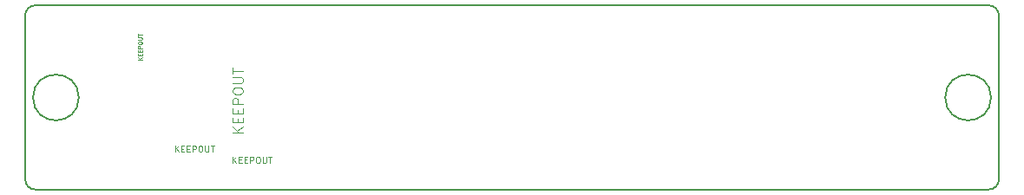
<source format=gbr>
%TF.GenerationSoftware,KiCad,Pcbnew,4.0.7*%
%TF.CreationDate,2018-01-21T21:44:22+02:00*%
%TF.ProjectId,OilMeteo_V2.0,4F696C4D6574656F5F56322E302E6B69,rev?*%
%TF.FileFunction,Other,Comment*%
%FSLAX46Y46*%
G04 Gerber Fmt 4.6, Leading zero omitted, Abs format (unit mm)*
G04 Created by KiCad (PCBNEW 4.0.7) date 01/21/18 21:44:22*
%MOMM*%
%LPD*%
G01*
G04 APERTURE LIST*
%ADD10C,0.150000*%
%ADD11C,0.100000*%
%ADD12C,0.060000*%
%ADD13C,0.090000*%
G04 APERTURE END LIST*
D10*
X100000000Y-35000000D02*
X193000000Y-35000000D01*
X99000000Y-52000000D02*
X99000000Y-36000000D01*
X193000000Y-53000000D02*
X100000000Y-53000000D01*
X194000000Y-36000000D02*
X194000000Y-52000000D01*
X194000000Y-36000000D02*
G75*
G03X193000000Y-35000000I-1000000J0D01*
G01*
X193000000Y-53000000D02*
G75*
G03X194000000Y-52000000I0J1000000D01*
G01*
X99000000Y-52000000D02*
G75*
G03X100000000Y-53000000I1000000J0D01*
G01*
X100000000Y-35000000D02*
G75*
G03X99000000Y-36000000I0J-1000000D01*
G01*
X104236068Y-44000000D02*
G75*
G03X104236068Y-44000000I-2236068J0D01*
G01*
X193236068Y-44000000D02*
G75*
G03X193236068Y-44000000I-2236068J0D01*
G01*
D11*
X120252381Y-47445238D02*
X119252381Y-47445238D01*
X120252381Y-46873809D02*
X119680952Y-47302381D01*
X119252381Y-46873809D02*
X119823810Y-47445238D01*
X119728571Y-46445238D02*
X119728571Y-46111904D01*
X120252381Y-45969047D02*
X120252381Y-46445238D01*
X119252381Y-46445238D01*
X119252381Y-45969047D01*
X119728571Y-45540476D02*
X119728571Y-45207142D01*
X120252381Y-45064285D02*
X120252381Y-45540476D01*
X119252381Y-45540476D01*
X119252381Y-45064285D01*
X120252381Y-44635714D02*
X119252381Y-44635714D01*
X119252381Y-44254761D01*
X119300000Y-44159523D01*
X119347619Y-44111904D01*
X119442857Y-44064285D01*
X119585714Y-44064285D01*
X119680952Y-44111904D01*
X119728571Y-44159523D01*
X119776190Y-44254761D01*
X119776190Y-44635714D01*
X119252381Y-43445238D02*
X119252381Y-43254761D01*
X119300000Y-43159523D01*
X119395238Y-43064285D01*
X119585714Y-43016666D01*
X119919048Y-43016666D01*
X120109524Y-43064285D01*
X120204762Y-43159523D01*
X120252381Y-43254761D01*
X120252381Y-43445238D01*
X120204762Y-43540476D01*
X120109524Y-43635714D01*
X119919048Y-43683333D01*
X119585714Y-43683333D01*
X119395238Y-43635714D01*
X119300000Y-43540476D01*
X119252381Y-43445238D01*
X119252381Y-42588095D02*
X120061905Y-42588095D01*
X120157143Y-42540476D01*
X120204762Y-42492857D01*
X120252381Y-42397619D01*
X120252381Y-42207142D01*
X120204762Y-42111904D01*
X120157143Y-42064285D01*
X120061905Y-42016666D01*
X119252381Y-42016666D01*
X119252381Y-41683333D02*
X119252381Y-41111904D01*
X120252381Y-41397619D02*
X119252381Y-41397619D01*
D12*
X110405952Y-40313096D02*
X110005952Y-40313096D01*
X110405952Y-40084524D02*
X110177381Y-40255953D01*
X110005952Y-40084524D02*
X110234524Y-40313096D01*
X110196429Y-39913096D02*
X110196429Y-39779763D01*
X110405952Y-39722620D02*
X110405952Y-39913096D01*
X110005952Y-39913096D01*
X110005952Y-39722620D01*
X110196429Y-39551191D02*
X110196429Y-39417858D01*
X110405952Y-39360715D02*
X110405952Y-39551191D01*
X110005952Y-39551191D01*
X110005952Y-39360715D01*
X110405952Y-39189286D02*
X110005952Y-39189286D01*
X110005952Y-39036905D01*
X110025000Y-38998810D01*
X110044048Y-38979762D01*
X110082143Y-38960714D01*
X110139286Y-38960714D01*
X110177381Y-38979762D01*
X110196429Y-38998810D01*
X110215476Y-39036905D01*
X110215476Y-39189286D01*
X110005952Y-38713095D02*
X110005952Y-38636905D01*
X110025000Y-38598810D01*
X110063095Y-38560714D01*
X110139286Y-38541667D01*
X110272619Y-38541667D01*
X110348810Y-38560714D01*
X110386905Y-38598810D01*
X110405952Y-38636905D01*
X110405952Y-38713095D01*
X110386905Y-38751191D01*
X110348810Y-38789286D01*
X110272619Y-38808334D01*
X110139286Y-38808334D01*
X110063095Y-38789286D01*
X110025000Y-38751191D01*
X110005952Y-38713095D01*
X110005952Y-38370238D02*
X110329762Y-38370238D01*
X110367857Y-38351190D01*
X110386905Y-38332143D01*
X110405952Y-38294047D01*
X110405952Y-38217857D01*
X110386905Y-38179762D01*
X110367857Y-38160714D01*
X110329762Y-38141666D01*
X110005952Y-38141666D01*
X110005952Y-38008333D02*
X110005952Y-37779761D01*
X110405952Y-37894047D02*
X110005952Y-37894047D01*
D13*
X119267858Y-50396429D02*
X119267858Y-49796429D01*
X119610715Y-50396429D02*
X119353572Y-50053571D01*
X119610715Y-49796429D02*
X119267858Y-50139286D01*
X119867858Y-50082143D02*
X120067858Y-50082143D01*
X120153572Y-50396429D02*
X119867858Y-50396429D01*
X119867858Y-49796429D01*
X120153572Y-49796429D01*
X120410715Y-50082143D02*
X120610715Y-50082143D01*
X120696429Y-50396429D02*
X120410715Y-50396429D01*
X120410715Y-49796429D01*
X120696429Y-49796429D01*
X120953572Y-50396429D02*
X120953572Y-49796429D01*
X121182144Y-49796429D01*
X121239286Y-49825000D01*
X121267858Y-49853571D01*
X121296429Y-49910714D01*
X121296429Y-49996429D01*
X121267858Y-50053571D01*
X121239286Y-50082143D01*
X121182144Y-50110714D01*
X120953572Y-50110714D01*
X121667858Y-49796429D02*
X121782144Y-49796429D01*
X121839286Y-49825000D01*
X121896429Y-49882143D01*
X121925001Y-49996429D01*
X121925001Y-50196429D01*
X121896429Y-50310714D01*
X121839286Y-50367857D01*
X121782144Y-50396429D01*
X121667858Y-50396429D01*
X121610715Y-50367857D01*
X121553572Y-50310714D01*
X121525001Y-50196429D01*
X121525001Y-49996429D01*
X121553572Y-49882143D01*
X121610715Y-49825000D01*
X121667858Y-49796429D01*
X122182143Y-49796429D02*
X122182143Y-50282143D01*
X122210715Y-50339286D01*
X122239286Y-50367857D01*
X122296429Y-50396429D01*
X122410715Y-50396429D01*
X122467857Y-50367857D01*
X122496429Y-50339286D01*
X122525000Y-50282143D01*
X122525000Y-49796429D01*
X122725000Y-49796429D02*
X123067857Y-49796429D01*
X122896428Y-50396429D02*
X122896428Y-49796429D01*
X113642858Y-49321429D02*
X113642858Y-48721429D01*
X113985715Y-49321429D02*
X113728572Y-48978571D01*
X113985715Y-48721429D02*
X113642858Y-49064286D01*
X114242858Y-49007143D02*
X114442858Y-49007143D01*
X114528572Y-49321429D02*
X114242858Y-49321429D01*
X114242858Y-48721429D01*
X114528572Y-48721429D01*
X114785715Y-49007143D02*
X114985715Y-49007143D01*
X115071429Y-49321429D02*
X114785715Y-49321429D01*
X114785715Y-48721429D01*
X115071429Y-48721429D01*
X115328572Y-49321429D02*
X115328572Y-48721429D01*
X115557144Y-48721429D01*
X115614286Y-48750000D01*
X115642858Y-48778571D01*
X115671429Y-48835714D01*
X115671429Y-48921429D01*
X115642858Y-48978571D01*
X115614286Y-49007143D01*
X115557144Y-49035714D01*
X115328572Y-49035714D01*
X116042858Y-48721429D02*
X116157144Y-48721429D01*
X116214286Y-48750000D01*
X116271429Y-48807143D01*
X116300001Y-48921429D01*
X116300001Y-49121429D01*
X116271429Y-49235714D01*
X116214286Y-49292857D01*
X116157144Y-49321429D01*
X116042858Y-49321429D01*
X115985715Y-49292857D01*
X115928572Y-49235714D01*
X115900001Y-49121429D01*
X115900001Y-48921429D01*
X115928572Y-48807143D01*
X115985715Y-48750000D01*
X116042858Y-48721429D01*
X116557143Y-48721429D02*
X116557143Y-49207143D01*
X116585715Y-49264286D01*
X116614286Y-49292857D01*
X116671429Y-49321429D01*
X116785715Y-49321429D01*
X116842857Y-49292857D01*
X116871429Y-49264286D01*
X116900000Y-49207143D01*
X116900000Y-48721429D01*
X117100000Y-48721429D02*
X117442857Y-48721429D01*
X117271428Y-49321429D02*
X117271428Y-48721429D01*
M02*

</source>
